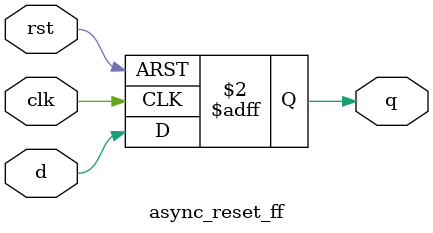
<source format=sv>
module async_reset_ff (
    input clk,    // Clock input
    input rst,    // Asynchronous reset input
    input d,      // Data input
    output reg q  // Output
);

    always @(posedge clk or posedge rst) begin
        if (rst)        // When reset is active
            q <= 0;     // Reset output to 0
        else            // Otherwise, on the rising edge of clock
            q <= d;     // Store the input data (D)
    end

endmodule

</source>
